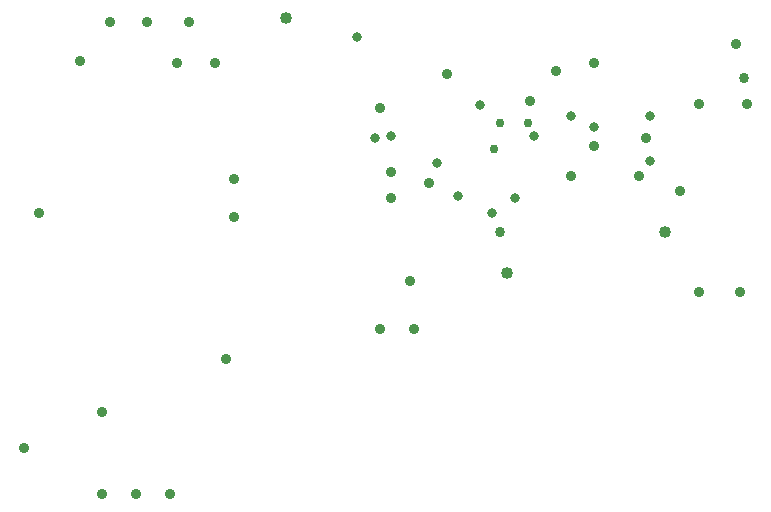
<source format=gbr>
G04 EAGLE Gerber RS-274X export*
G75*
%MOMM*%
%FSLAX34Y34*%
%LPD*%
%INVias*%
%IPPOS*%
%AMOC8*
5,1,8,0,0,1.08239X$1,22.5*%
G01*
%ADD10C,0.906400*%
%ADD11C,0.806400*%
%ADD12C,0.756400*%
%ADD13C,0.856400*%
%ADD14C,1.016000*%


D10*
X358775Y241300D03*
X203200Y174625D03*
D11*
X428625Y298450D03*
X447675Y311150D03*
X314325Y447675D03*
D10*
X482600Y419100D03*
X635000Y441325D03*
X31750Y100013D03*
D12*
X430213Y352425D03*
D10*
X209550Y295275D03*
X209550Y327025D03*
X390525Y415925D03*
D12*
X458788Y374650D03*
X434975Y374650D03*
D10*
X333375Y200025D03*
X44450Y298450D03*
X79375Y427038D03*
X638175Y231775D03*
X514350Y425450D03*
X361950Y200025D03*
X603250Y390525D03*
X603250Y231775D03*
X514350Y355600D03*
X98425Y130175D03*
X155575Y60325D03*
X127000Y60325D03*
X98425Y60325D03*
X342900Y333375D03*
X558800Y361950D03*
X374650Y323850D03*
X333375Y387350D03*
X193675Y425450D03*
X161925Y425450D03*
X342900Y311150D03*
X104775Y460375D03*
X136525Y460375D03*
X171450Y460375D03*
X587375Y317500D03*
X495300Y330200D03*
X552450Y330200D03*
D13*
X641350Y412750D03*
D10*
X644525Y390525D03*
D11*
X399161Y313182D03*
X381762Y340614D03*
D14*
X441325Y247650D03*
D11*
X342900Y363538D03*
D10*
X460375Y393700D03*
D14*
X254000Y463550D03*
D11*
X495300Y381000D03*
X418338Y390271D03*
D13*
X434975Y282575D03*
D11*
X514350Y371475D03*
X561975Y381000D03*
X463931Y363506D03*
X561975Y342900D03*
X329311Y361950D03*
D14*
X574675Y282575D03*
M02*

</source>
